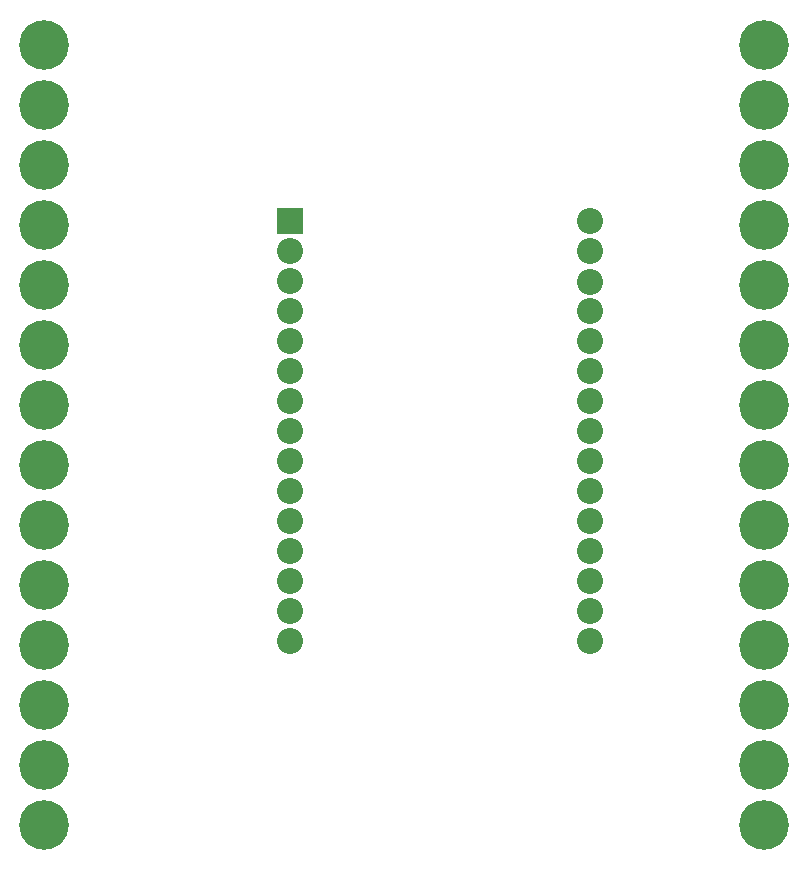
<source format=gbs>
G04 Layer: BottomSolderMaskLayer*
G04 EasyEDA v6.3.22, 2020-03-31T10:39:25+02:00*
G04 031d35559eb5429b949d46eb78df2012,abd45e37305a4832af207281f16f9658,10*
G04 Gerber Generator version 0.2*
G04 Scale: 100 percent, Rotated: No, Reflected: No *
G04 Dimensions in millimeters *
G04 leading zeros omitted , absolute positions ,3 integer and 3 decimal *
%FSLAX33Y33*%
%MOMM*%
G90*
G71D02*

%ADD18C,4.203192*%
%ADD19C,2.203196*%

%LPD*%
G54D18*
G01X7747Y71501D03*
G01X7747Y66421D03*
G01X7747Y61341D03*
G01X7747Y56261D03*
G01X7747Y51181D03*
G01X7747Y46101D03*
G01X7747Y41021D03*
G01X7747Y35941D03*
G01X7747Y30861D03*
G01X7747Y25781D03*
G01X7747Y20701D03*
G01X7747Y15621D03*
G01X7747Y10541D03*
G01X7747Y5461D03*
G54D19*
G01X53975Y41402D03*
G01X53975Y43942D03*
G01X53975Y46482D03*
G01X53975Y49022D03*
G01X53975Y51435D03*
G01X53975Y54102D03*
G01X53975Y56642D03*
G01X53975Y21082D03*
G01X53975Y23622D03*
G01X53975Y26162D03*
G01X53975Y28702D03*
G01X53975Y31242D03*
G01X53975Y33782D03*
G01X53975Y36322D03*
G01X53975Y38862D03*
G01X28575Y21082D03*
G01X28575Y23622D03*
G01X28575Y26162D03*
G01X28575Y28702D03*
G01X28575Y31242D03*
G01X28575Y33782D03*
G01X28575Y36322D03*
G01X28575Y38862D03*
G01X28575Y41402D03*
G01X28575Y43942D03*
G01X28575Y46482D03*
G01X28575Y49022D03*
G01X28575Y51562D03*
G01X28575Y54102D03*
G36*
G01X27472Y55539D02*
G01X27472Y57744D01*
G01X29677Y57744D01*
G01X29677Y55539D01*
G01X27472Y55539D01*
G37*
G54D18*
G01X68707Y71501D03*
G01X68707Y66421D03*
G01X68707Y61341D03*
G01X68707Y56261D03*
G01X68707Y51181D03*
G01X68707Y46101D03*
G01X68707Y41021D03*
G01X68707Y35941D03*
G01X68707Y30861D03*
G01X68707Y25781D03*
G01X68707Y20701D03*
G01X68707Y15621D03*
G01X68707Y10541D03*
G01X68707Y5461D03*
M00*
M02*

</source>
